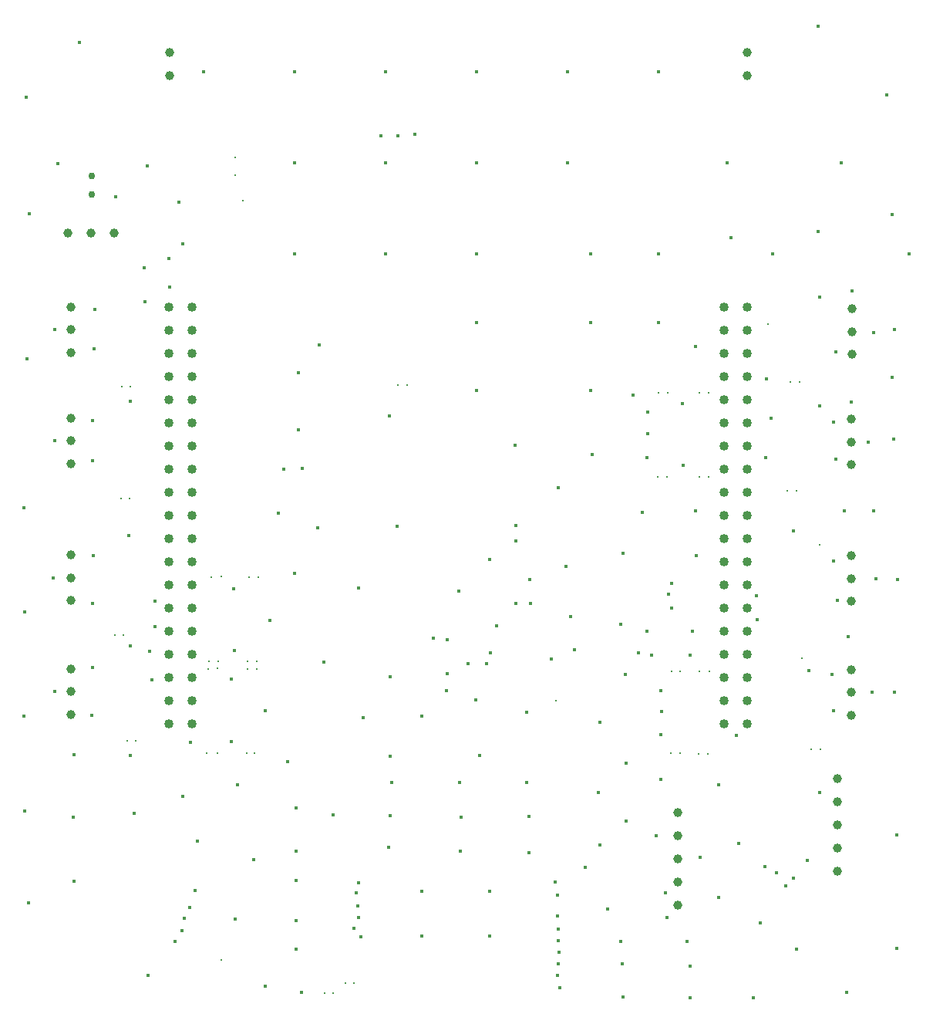
<source format=gbr>
%TF.GenerationSoftware,KiCad,Pcbnew,9.0.2*%
%TF.CreationDate,2025-06-17T11:51:51-07:00*%
%TF.ProjectId,Revision01,52657669-7369-46f6-9e30-312e6b696361,A*%
%TF.SameCoordinates,PX692bd40PY908ed60*%
%TF.FileFunction,Plated,1,4,PTH,Drill*%
%TF.FilePolarity,Positive*%
%FSLAX46Y46*%
G04 Gerber Fmt 4.6, Leading zero omitted, Abs format (unit mm)*
G04 Created by KiCad (PCBNEW 9.0.2) date 2025-06-17 11:51:51*
%MOMM*%
%LPD*%
G01*
G04 APERTURE LIST*
%TA.AperFunction,ViaDrill*%
%ADD10C,0.300000*%
%TD*%
%TA.AperFunction,ViaDrill*%
%ADD11C,0.400000*%
%TD*%
%TA.AperFunction,ComponentDrill*%
%ADD12C,0.750000*%
%TD*%
%TA.AperFunction,ComponentDrill*%
%ADD13C,1.000000*%
%TD*%
%TA.AperFunction,ComponentDrill*%
%ADD14C,1.016000*%
%TD*%
G04 APERTURE END LIST*
D10*
X12275000Y40625000D03*
X12950000Y55575000D03*
X13075000Y67825000D03*
X13175000Y40625000D03*
X13650000Y28975000D03*
X13850000Y55575000D03*
X13975000Y67825000D03*
X14550000Y28975000D03*
X22360000Y27630000D03*
X22490000Y36910000D03*
X22630000Y37690000D03*
X22900000Y46970000D03*
X23500000Y36920000D03*
X23500000Y27650000D03*
X23660000Y37710000D03*
X23925000Y4950000D03*
X23930000Y46990000D03*
X25525000Y93025000D03*
X25525000Y91025000D03*
X26300000Y88250000D03*
X26720000Y27650000D03*
X26840000Y37720000D03*
X26870000Y36880000D03*
X27000000Y46970000D03*
X27630000Y27650000D03*
X27820000Y37740000D03*
X27880000Y36900000D03*
X28030000Y46960000D03*
X35300000Y1325000D03*
X36200000Y1325000D03*
X37625000Y2400000D03*
X38525000Y2400000D03*
X43370000Y68040000D03*
X44400000Y68050000D03*
X60725000Y33425000D03*
X71840000Y57960000D03*
X71930000Y67140000D03*
X72870000Y57970000D03*
X72960000Y67150000D03*
X73320000Y27640000D03*
X73410000Y36590000D03*
X74320000Y36600000D03*
X74350000Y27650000D03*
X76370000Y27590000D03*
X76430000Y67160000D03*
X76480000Y57970000D03*
X76490000Y36600000D03*
X77400000Y27600000D03*
X77460000Y67170000D03*
X77510000Y57980000D03*
X77520000Y36610000D03*
X84000000Y74750000D03*
X86120000Y56390000D03*
X86420000Y68390000D03*
X87150000Y56400000D03*
X87450000Y68400000D03*
X87750000Y38050000D03*
X88720000Y28090000D03*
X89650000Y50500000D03*
X89750000Y28100000D03*
D11*
X2300000Y54600000D03*
X2300000Y31700000D03*
X2400000Y43100000D03*
X2400000Y21300000D03*
X2500000Y99600000D03*
X2600000Y70900000D03*
X2800000Y11200000D03*
X2900000Y86800000D03*
X5500000Y46900000D03*
X5700000Y74100000D03*
X5700000Y61900000D03*
X5700000Y34400000D03*
X6000000Y92300000D03*
X7700000Y20600000D03*
X7800000Y27500000D03*
X7800000Y13600000D03*
X8400000Y105600000D03*
X9700000Y31800000D03*
X9800000Y64100000D03*
X9800000Y59700000D03*
X9800000Y44100000D03*
X9800000Y37000000D03*
X9900000Y49300000D03*
X10000000Y72000000D03*
X10100000Y76300000D03*
X12400000Y88700000D03*
X13800000Y51500000D03*
X14000000Y66250000D03*
X14000000Y39400000D03*
X14000000Y27400000D03*
X14400000Y21000000D03*
X15500000Y80900000D03*
X15550000Y77200000D03*
X15800000Y92100000D03*
X15900000Y3300000D03*
X16100000Y38800000D03*
X16300000Y35700000D03*
X16700000Y44300000D03*
X16700000Y41500000D03*
X18200000Y81900000D03*
X18250000Y78750000D03*
X18900000Y7000000D03*
X19300000Y88100000D03*
X19650000Y8200000D03*
X19700000Y83500000D03*
X19700000Y22900000D03*
X19900000Y9500000D03*
X20500000Y10700000D03*
X20600000Y28800000D03*
X21100000Y12600000D03*
X21300000Y18000000D03*
X22000000Y102400000D03*
X25100000Y35800000D03*
X25100000Y28900000D03*
X25300000Y45700000D03*
X25400000Y38900000D03*
X25500000Y9400000D03*
X25700000Y24200000D03*
X27500000Y16000000D03*
X28800000Y32300000D03*
X28800000Y2100000D03*
X29300000Y42200000D03*
X30200000Y54000000D03*
X30775000Y58800000D03*
X31200000Y26700000D03*
X32000000Y102400000D03*
X32000000Y92400000D03*
X32000000Y82400000D03*
X32000000Y47400000D03*
X32200000Y21600000D03*
X32200000Y16900000D03*
X32200000Y13700000D03*
X32200000Y9300000D03*
X32200000Y6100000D03*
X32450000Y69350000D03*
X32450000Y63150000D03*
X32800000Y1400000D03*
X32850000Y58850000D03*
X34500000Y52400000D03*
X34700000Y72450000D03*
X35200000Y37600000D03*
X36200000Y20900000D03*
X38500000Y8400000D03*
X38800000Y12300000D03*
X38950000Y10900000D03*
X39000000Y45800000D03*
X39000000Y9600000D03*
X39050000Y13450000D03*
X39300000Y7500000D03*
X39500000Y31500000D03*
X41450000Y95400000D03*
X42000000Y102400000D03*
X42000000Y92400000D03*
X42000000Y82400000D03*
X42300000Y17300000D03*
X42450000Y64600000D03*
X42500000Y36000000D03*
X42500000Y27300000D03*
X42500000Y20800000D03*
X42700000Y24400000D03*
X43300000Y52500000D03*
X43325000Y95350000D03*
X45200000Y95525000D03*
X46000000Y31700000D03*
X46000000Y12500000D03*
X46000000Y7600000D03*
X47200000Y40300000D03*
X48700000Y34500000D03*
X48725000Y40075000D03*
X48725000Y36325000D03*
X50000000Y45400000D03*
X50100000Y24400000D03*
X50200000Y16900000D03*
X50300000Y20600000D03*
X51025000Y37475000D03*
X51875000Y33475000D03*
X52000000Y102400000D03*
X52000000Y92400000D03*
X52000000Y82400000D03*
X52000000Y74900000D03*
X52000000Y67400000D03*
X52300000Y27400000D03*
X53050000Y37450000D03*
X53400000Y48900000D03*
X53400000Y12500000D03*
X53400000Y7600000D03*
X53525000Y38625000D03*
X54200000Y41600000D03*
X56200000Y61400000D03*
X56275000Y44050000D03*
X56300000Y52600000D03*
X56325000Y50900000D03*
X57450000Y32125000D03*
X57500000Y24400000D03*
X57700000Y20700000D03*
X57700000Y16700000D03*
X57800000Y46700000D03*
X57900000Y44100000D03*
X60200000Y38000000D03*
X60650000Y13525000D03*
X60875000Y3275000D03*
X60900000Y12100000D03*
X60900000Y9800000D03*
X60950000Y8375000D03*
X61000000Y56800000D03*
X61000000Y7100000D03*
X61000000Y4500000D03*
X61025000Y5825000D03*
X61100000Y1900000D03*
X61800000Y48100000D03*
X62000000Y102400000D03*
X62000000Y92400000D03*
X62350000Y42600000D03*
X62775000Y39025000D03*
X63900000Y15100000D03*
X64500000Y82400000D03*
X64500000Y74900000D03*
X64500000Y67400000D03*
X64700000Y60400000D03*
X65400000Y23300000D03*
X65500000Y31000000D03*
X65500000Y17600000D03*
X66400000Y10500000D03*
X67800000Y41800000D03*
X67800000Y7000000D03*
X68000000Y4500000D03*
X68100000Y49600000D03*
X68100000Y900000D03*
X68300000Y36300000D03*
X68400000Y26500000D03*
X68400000Y20200000D03*
X69200000Y66900000D03*
X69750000Y38625000D03*
X70200000Y54100000D03*
X70700000Y60100000D03*
X70700000Y41000000D03*
X70800000Y65100000D03*
X70800000Y62700000D03*
X71200000Y38400000D03*
X71700000Y18600000D03*
X72000000Y102400000D03*
X72000000Y82400000D03*
X72000000Y74900000D03*
X72200000Y34500000D03*
X72200000Y29700000D03*
X72200000Y24800000D03*
X72300000Y32200000D03*
X72700000Y12300000D03*
X72900000Y9600000D03*
X73050000Y45050000D03*
X73400000Y46300000D03*
X73400000Y43600000D03*
X74600000Y66000000D03*
X74700000Y59200000D03*
X75100000Y7000000D03*
X75400000Y38400000D03*
X75400000Y4300000D03*
X75400000Y800000D03*
X75700000Y41000000D03*
X76000000Y72300000D03*
X76000000Y54200000D03*
X76100000Y49300000D03*
X76500000Y16200000D03*
X78600000Y24200000D03*
X78600000Y11800000D03*
X79500000Y92400000D03*
X79900000Y84200000D03*
X80500000Y29600000D03*
X80800000Y17700000D03*
X82400000Y800000D03*
X82700000Y44900000D03*
X82800000Y42300000D03*
X83100000Y9000000D03*
X83675000Y15200000D03*
X83700000Y60100000D03*
X83800000Y68700000D03*
X84300000Y64400000D03*
X84500000Y82400000D03*
X84900000Y14550000D03*
X85900000Y13100000D03*
X86800000Y52000000D03*
X86800000Y13900000D03*
X87100000Y6100000D03*
X88300000Y15900000D03*
X88450000Y36700000D03*
X89500000Y107400000D03*
X89500000Y84900000D03*
X89650000Y77700000D03*
X89650000Y65750000D03*
X89700000Y23300000D03*
X91000000Y36300000D03*
X91200000Y64000000D03*
X91200000Y48700000D03*
X91200000Y32300000D03*
X91400000Y71700000D03*
X91400000Y59900000D03*
X91600000Y44400000D03*
X92000000Y92400000D03*
X92400000Y54200000D03*
X92600000Y1400000D03*
X92800000Y40400000D03*
X93100000Y66200000D03*
X93200000Y78400000D03*
X95000000Y61800000D03*
X95400000Y34292000D03*
X95600000Y73800000D03*
X95600000Y54200000D03*
X95800000Y46800000D03*
X97000000Y99900000D03*
X97600000Y68900000D03*
X97650000Y86750000D03*
X97800000Y62100000D03*
X97900000Y74100000D03*
X97900000Y34300000D03*
X98100000Y18700480D03*
X98100000Y6200000D03*
X98200000Y46700000D03*
X99500000Y82400000D03*
D12*
%TO.C,J4*%
X9750000Y90950000D03*
X9750000Y88950000D03*
D13*
%TO.C,SW1*%
X7120000Y84700000D03*
%TO.C,J8*%
X7450000Y76583000D03*
X7450000Y74083000D03*
X7450000Y71583000D03*
%TO.C,J7*%
X7450000Y64400000D03*
X7450000Y61900000D03*
X7450000Y59400000D03*
%TO.C,J6*%
X7450000Y49400000D03*
X7450000Y46900000D03*
X7450000Y44400000D03*
%TO.C,J5*%
X7450000Y36900000D03*
X7450000Y34400000D03*
X7450000Y31900000D03*
%TO.C,SW1*%
X9660000Y84700000D03*
X12200000Y84700000D03*
%TO.C,J2*%
X18291600Y104533600D03*
X18291600Y101993600D03*
%TO.C,J14*%
X74100000Y21120000D03*
X74100000Y18580000D03*
X74100000Y16040000D03*
X74100000Y13500000D03*
X74100000Y10960000D03*
%TO.C,J3*%
X81725000Y104525000D03*
X81725000Y101985000D03*
%TO.C,J1*%
X91600000Y24860000D03*
X91600000Y22320000D03*
X91600000Y19780000D03*
X91600000Y17240000D03*
X91600000Y14700000D03*
%TO.C,J11*%
X93150000Y64292000D03*
X93150000Y61792000D03*
X93150000Y59292000D03*
%TO.C,J10*%
X93150000Y49292000D03*
X93150000Y46792000D03*
X93150000Y44292000D03*
%TO.C,J9*%
X93150000Y36792000D03*
X93150000Y34292000D03*
X93150000Y31792000D03*
%TO.C,J12*%
X93175000Y76400000D03*
X93175000Y73900000D03*
X93175000Y71400000D03*
D14*
%TO.C,U1*%
X18230000Y76620000D03*
X18230000Y74080000D03*
X18230000Y71540000D03*
X18230000Y69000000D03*
X18230000Y66460000D03*
X18230000Y63920000D03*
X18230000Y61380000D03*
X18230000Y58840000D03*
X18230000Y56300000D03*
X18230000Y53760000D03*
X18230000Y51220000D03*
X18230000Y48680000D03*
X18230000Y46140000D03*
X18230000Y43600000D03*
X18230000Y41060000D03*
X18230000Y38520000D03*
X18230000Y35980000D03*
X18230000Y33440000D03*
X18230000Y30900000D03*
X20770000Y76620000D03*
X20770000Y74080000D03*
X20770000Y71540000D03*
X20770000Y69000000D03*
X20770000Y66460000D03*
X20770000Y63920000D03*
X20770000Y61380000D03*
X20770000Y58840000D03*
X20770000Y56300000D03*
X20770000Y53760000D03*
X20770000Y51220000D03*
X20770000Y48680000D03*
X20770000Y46140000D03*
X20770000Y43600000D03*
X20770000Y41060000D03*
X20770000Y38520000D03*
X20770000Y35980000D03*
X20770000Y33440000D03*
X20770000Y30900000D03*
X79190000Y76620000D03*
X79190000Y74080000D03*
X79190000Y71540000D03*
X79190000Y69000000D03*
X79190000Y66460000D03*
X79190000Y63920000D03*
X79190000Y61380000D03*
X79190000Y58840000D03*
X79190000Y56300000D03*
X79190000Y53760000D03*
X79190000Y51220000D03*
X79190000Y48680000D03*
X79190000Y46140000D03*
X79190000Y43600000D03*
X79190000Y41060000D03*
X79190000Y38520000D03*
X79190000Y35980000D03*
X79190000Y33440000D03*
X79190000Y30900000D03*
X81730000Y76620000D03*
X81730000Y74080000D03*
X81730000Y71540000D03*
X81730000Y69000000D03*
X81730000Y66460000D03*
X81730000Y63920000D03*
X81730000Y61380000D03*
X81730000Y58840000D03*
X81730000Y56300000D03*
X81730000Y53760000D03*
X81730000Y51220000D03*
X81730000Y48680000D03*
X81730000Y46140000D03*
X81730000Y43600000D03*
X81730000Y41060000D03*
X81730000Y38520000D03*
X81730000Y35980000D03*
X81730000Y33440000D03*
X81730000Y30900000D03*
M02*

</source>
